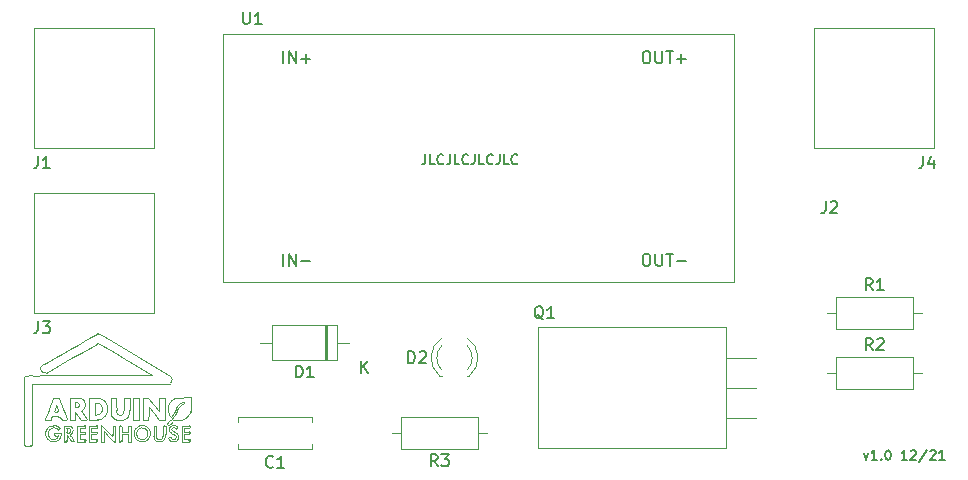
<source format=gto>
G04 #@! TF.GenerationSoftware,KiCad,Pcbnew,(5.1.9)-1*
G04 #@! TF.CreationDate,2021-12-30T20:13:11+01:00*
G04 #@! TF.ProjectId,Pumpe,50756d70-652e-46b6-9963-61645f706362,rev?*
G04 #@! TF.SameCoordinates,Original*
G04 #@! TF.FileFunction,Legend,Top*
G04 #@! TF.FilePolarity,Positive*
%FSLAX46Y46*%
G04 Gerber Fmt 4.6, Leading zero omitted, Abs format (unit mm)*
G04 Created by KiCad (PCBNEW (5.1.9)-1) date 2021-12-30 20:13:11*
%MOMM*%
%LPD*%
G01*
G04 APERTURE LIST*
%ADD10C,0.152400*%
%ADD11C,0.120000*%
%ADD12C,0.150000*%
%ADD13C,2.000000*%
%ADD14O,1.600000X1.600000*%
%ADD15C,1.600000*%
%ADD16O,2.000000X1.905000*%
%ADD17R,2.000000X1.905000*%
%ADD18O,3.500000X3.500000*%
%ADD19C,3.000000*%
%ADD20C,1.800000*%
%ADD21R,1.800000X1.800000*%
%ADD22O,2.200000X2.200000*%
%ADD23R,2.200000X2.200000*%
G04 APERTURE END LIST*
D10*
X137245638Y-47554895D02*
X137245638Y-48135466D01*
X137206933Y-48251580D01*
X137129523Y-48328990D01*
X137013409Y-48367695D01*
X136936000Y-48367695D01*
X138019733Y-48367695D02*
X137632685Y-48367695D01*
X137632685Y-47554895D01*
X138755123Y-48290285D02*
X138716419Y-48328990D01*
X138600304Y-48367695D01*
X138522895Y-48367695D01*
X138406780Y-48328990D01*
X138329371Y-48251580D01*
X138290666Y-48174171D01*
X138251961Y-48019352D01*
X138251961Y-47903238D01*
X138290666Y-47748419D01*
X138329371Y-47671009D01*
X138406780Y-47593600D01*
X138522895Y-47554895D01*
X138600304Y-47554895D01*
X138716419Y-47593600D01*
X138755123Y-47632304D01*
X139335695Y-47554895D02*
X139335695Y-48135466D01*
X139296990Y-48251580D01*
X139219580Y-48328990D01*
X139103466Y-48367695D01*
X139026057Y-48367695D01*
X140109790Y-48367695D02*
X139722742Y-48367695D01*
X139722742Y-47554895D01*
X140845180Y-48290285D02*
X140806476Y-48328990D01*
X140690361Y-48367695D01*
X140612952Y-48367695D01*
X140496838Y-48328990D01*
X140419428Y-48251580D01*
X140380723Y-48174171D01*
X140342019Y-48019352D01*
X140342019Y-47903238D01*
X140380723Y-47748419D01*
X140419428Y-47671009D01*
X140496838Y-47593600D01*
X140612952Y-47554895D01*
X140690361Y-47554895D01*
X140806476Y-47593600D01*
X140845180Y-47632304D01*
X141425752Y-47554895D02*
X141425752Y-48135466D01*
X141387047Y-48251580D01*
X141309638Y-48328990D01*
X141193523Y-48367695D01*
X141116114Y-48367695D01*
X142199847Y-48367695D02*
X141812800Y-48367695D01*
X141812800Y-47554895D01*
X142935238Y-48290285D02*
X142896533Y-48328990D01*
X142780419Y-48367695D01*
X142703009Y-48367695D01*
X142586895Y-48328990D01*
X142509485Y-48251580D01*
X142470780Y-48174171D01*
X142432076Y-48019352D01*
X142432076Y-47903238D01*
X142470780Y-47748419D01*
X142509485Y-47671009D01*
X142586895Y-47593600D01*
X142703009Y-47554895D01*
X142780419Y-47554895D01*
X142896533Y-47593600D01*
X142935238Y-47632304D01*
X143515809Y-47554895D02*
X143515809Y-48135466D01*
X143477104Y-48251580D01*
X143399695Y-48328990D01*
X143283580Y-48367695D01*
X143206171Y-48367695D01*
X144289904Y-48367695D02*
X143902857Y-48367695D01*
X143902857Y-47554895D01*
X145025295Y-48290285D02*
X144986590Y-48328990D01*
X144870476Y-48367695D01*
X144793066Y-48367695D01*
X144676952Y-48328990D01*
X144599542Y-48251580D01*
X144560838Y-48174171D01*
X144522133Y-48019352D01*
X144522133Y-47903238D01*
X144560838Y-47748419D01*
X144599542Y-47671009D01*
X144676952Y-47593600D01*
X144793066Y-47554895D01*
X144870476Y-47554895D01*
X144986590Y-47593600D01*
X145025295Y-47632304D01*
X174355276Y-72850828D02*
X174548800Y-73392695D01*
X174742323Y-72850828D01*
X175477714Y-73392695D02*
X175013257Y-73392695D01*
X175245485Y-73392695D02*
X175245485Y-72579895D01*
X175168076Y-72696009D01*
X175090666Y-72773419D01*
X175013257Y-72812123D01*
X175826057Y-73315285D02*
X175864761Y-73353990D01*
X175826057Y-73392695D01*
X175787352Y-73353990D01*
X175826057Y-73315285D01*
X175826057Y-73392695D01*
X176367923Y-72579895D02*
X176445333Y-72579895D01*
X176522742Y-72618600D01*
X176561447Y-72657304D01*
X176600152Y-72734714D01*
X176638857Y-72889533D01*
X176638857Y-73083057D01*
X176600152Y-73237876D01*
X176561447Y-73315285D01*
X176522742Y-73353990D01*
X176445333Y-73392695D01*
X176367923Y-73392695D01*
X176290514Y-73353990D01*
X176251809Y-73315285D01*
X176213104Y-73237876D01*
X176174400Y-73083057D01*
X176174400Y-72889533D01*
X176213104Y-72734714D01*
X176251809Y-72657304D01*
X176290514Y-72618600D01*
X176367923Y-72579895D01*
X178032228Y-73392695D02*
X177567771Y-73392695D01*
X177800000Y-73392695D02*
X177800000Y-72579895D01*
X177722590Y-72696009D01*
X177645180Y-72773419D01*
X177567771Y-72812123D01*
X178341866Y-72657304D02*
X178380571Y-72618600D01*
X178457980Y-72579895D01*
X178651504Y-72579895D01*
X178728914Y-72618600D01*
X178767619Y-72657304D01*
X178806323Y-72734714D01*
X178806323Y-72812123D01*
X178767619Y-72928238D01*
X178303161Y-73392695D01*
X178806323Y-73392695D01*
X179735238Y-72541190D02*
X179038552Y-73586219D01*
X179967466Y-72657304D02*
X180006171Y-72618600D01*
X180083580Y-72579895D01*
X180277104Y-72579895D01*
X180354514Y-72618600D01*
X180393219Y-72657304D01*
X180431923Y-72734714D01*
X180431923Y-72812123D01*
X180393219Y-72928238D01*
X179928761Y-73392695D01*
X180431923Y-73392695D01*
X181206019Y-73392695D02*
X180741561Y-73392695D01*
X180973790Y-73392695D02*
X180973790Y-72579895D01*
X180896380Y-72696009D01*
X180818971Y-72773419D01*
X180741561Y-72812123D01*
D11*
X115655258Y-71490231D02*
G75*
G02*
X115686934Y-71502208I-18608J-97091D01*
G01*
X115513295Y-71575020D02*
G75*
G02*
X115541791Y-71512284I78794J2049D01*
G01*
X115541791Y-71512283D02*
G75*
G02*
X115613861Y-71486300I72069J-86957D01*
G01*
X115816640Y-71670226D02*
G75*
G02*
X115739342Y-71609175I174463J300349D01*
G01*
X115991944Y-71706909D02*
G75*
G02*
X115911831Y-71709180I-44022J138701D01*
G01*
X116150723Y-71843177D02*
G75*
G02*
X116047694Y-71875970I-150208J293683D01*
G01*
X115776674Y-70898195D02*
G75*
G02*
X115768667Y-70826885I76017J44640D01*
G01*
X116264335Y-70658246D02*
G75*
G02*
X116283774Y-70692370I-77860J-66951D01*
G01*
X115846013Y-70969863D02*
G75*
G02*
X115776674Y-70898196I113106J178808D01*
G01*
X115989759Y-71049220D02*
G75*
G02*
X116206841Y-71181579I-533615J-1119382D01*
G01*
X115810653Y-71880925D02*
G75*
G02*
X115742423Y-71863758I30834J266732D01*
G01*
X115739343Y-71609174D02*
G75*
G02*
X115713861Y-71545378I67118J63796D01*
G01*
X116062575Y-71666376D02*
G75*
G02*
X115991944Y-71706909I-128723J142500D01*
G01*
X116142531Y-71513231D02*
G75*
G02*
X116115705Y-71597708I-254557J34337D01*
G01*
X106858212Y-71845587D02*
G75*
G02*
X106828392Y-71875700I-48810J18514D01*
G01*
X106828392Y-71875700D02*
G75*
G02*
X106772108Y-71886300I-56284J144122D01*
G01*
X116228513Y-71782471D02*
G75*
G02*
X116150722Y-71843177I-196821J172021D01*
G01*
X106673861Y-71201641D02*
X106673861Y-71886300D01*
X116184509Y-70803347D02*
G75*
G02*
X116140211Y-70789031I3072J85202D01*
G01*
X115613860Y-71486301D02*
G75*
G02*
X115655257Y-71490232I1J-219933D01*
G01*
X115952495Y-70688936D02*
G75*
G02*
X116024686Y-70703199I3092J-174184D01*
G01*
X115879732Y-70705698D02*
G75*
G02*
X115952495Y-70688937I75963J-163458D01*
G01*
X115814719Y-70751155D02*
G75*
G02*
X115879731Y-70705697I160923J-160923D01*
G01*
X116221438Y-70613419D02*
G75*
G02*
X116264335Y-70658246I-399443J-425189D01*
G01*
X116284488Y-70722414D02*
G75*
G02*
X116268463Y-70752804I-80202J22872D01*
G01*
X115683800Y-71830322D02*
G75*
G02*
X115621344Y-71774112I347867J449324D01*
G01*
X116268464Y-70752804D02*
G75*
G02*
X116225891Y-70791448I-157401J130631D01*
G01*
X115989758Y-71049221D02*
G75*
G02*
X115846013Y-70969864I593213J1244405D01*
G01*
X115911831Y-71709181D02*
G75*
G02*
X115816640Y-71670226I92852J362682D01*
G01*
X115706684Y-71521142D02*
G75*
G02*
X115713861Y-71545378I-37334J-24236D01*
G01*
X115621344Y-71774112D02*
G75*
G02*
X115540816Y-71669018I434808J416573D01*
G01*
X115686934Y-71502208D02*
G75*
G02*
X115706684Y-71521142I-30431J-51510D01*
G01*
X116225891Y-70791447D02*
G75*
G02*
X116184509Y-70803347I-38886J57323D01*
G01*
X116293447Y-71687102D02*
G75*
G02*
X116228514Y-71782472I-426258J220427D01*
G01*
X115742423Y-71863758D02*
G75*
G02*
X115683800Y-71830322I88920J224010D01*
G01*
X116137731Y-71427480D02*
G75*
G02*
X116142530Y-71513231I-220549J-55354D01*
G01*
X116024685Y-70703198D02*
G75*
G02*
X116088146Y-70746300I-81073J-187637D01*
G01*
X116140211Y-70789031D02*
G75*
G02*
X116088146Y-70746300I190956J285750D01*
G01*
X115903974Y-71886301D02*
G75*
G02*
X115810653Y-71880925I0J812656D01*
G01*
X106872585Y-71779155D02*
G75*
G02*
X106858213Y-71845587I-227730J14496D01*
G01*
X115768667Y-70826886D02*
G75*
G02*
X115814720Y-70751156I178410J-56627D01*
G01*
X116007906Y-70509504D02*
G75*
G02*
X116122717Y-70545400I-61837J-399336D01*
G01*
X116353044Y-71495437D02*
G75*
G02*
X116293447Y-71687101I-569352J71940D01*
G01*
X116206841Y-71181579D02*
G75*
G02*
X116326213Y-71328457I-242882J-319343D01*
G01*
X116115705Y-71597709D02*
G75*
G02*
X116062575Y-71666376I-217812J113640D01*
G01*
X106673861Y-71886300D02*
X106772108Y-71886300D01*
X116283774Y-70692370D02*
G75*
G02*
X116284488Y-70722414I-47932J-16171D01*
G01*
X115767010Y-70543052D02*
G75*
G02*
X115886095Y-70508721I181425J-405614D01*
G01*
X115886095Y-70508720D02*
G75*
G02*
X116007906Y-70509504I58263J-411173D01*
G01*
X116122717Y-70545400D02*
G75*
G02*
X116221438Y-70613419I-174326J-358664D01*
G01*
X116326213Y-71328457D02*
G75*
G02*
X116353044Y-71495438I-271545J-129279D01*
G01*
X116047694Y-71875969D02*
G75*
G02*
X115903974Y-71886300I-143721J994545D01*
G01*
X115540815Y-71669018D02*
G75*
G02*
X115513294Y-71575020I163747J98971D01*
G01*
X109504192Y-70684073D02*
G75*
G02*
X109475861Y-70712729I-43974J15142D01*
G01*
X109465861Y-71873669D02*
G75*
G02*
X109385787Y-71884584I-84605J321497D01*
G01*
X107953861Y-71686300D02*
X107953861Y-71466300D01*
X108953861Y-71046300D02*
X108953861Y-70886300D01*
X108213861Y-71046300D02*
X107953861Y-71046300D01*
X108466606Y-70538317D02*
G75*
G02*
X108499424Y-70565560I-11487J-47226D01*
G01*
X108464824Y-71088667D02*
G75*
G02*
X108473861Y-71146300I-179268J-57633D01*
G01*
X109452894Y-71213851D02*
G75*
G02*
X109383577Y-71228643I-88953J247030D01*
G01*
X109475860Y-70712729D02*
G75*
G02*
X109413284Y-70724291I-67039J187711D01*
G01*
X109233861Y-70726300D02*
X109413284Y-70724291D01*
X108953861Y-70726300D02*
X109233861Y-70726300D01*
X109504192Y-71728527D02*
G75*
G02*
X109513861Y-71786300I-167770J-57773D01*
G01*
X109133861Y-71886300D02*
X109385787Y-71884584D01*
X109415006Y-71048189D02*
X109236643Y-71046300D01*
X108953861Y-70886300D02*
X108953861Y-70726300D01*
X109236643Y-71046300D02*
X108953861Y-71046300D01*
X109488287Y-71185655D02*
G75*
G02*
X109452894Y-71213850I-59253J38067D01*
G01*
X109415006Y-71048189D02*
G75*
G02*
X109477617Y-71059031I-4494J-212155D01*
G01*
X108452894Y-70693851D02*
G75*
G02*
X108383577Y-70708643I-88953J247030D01*
G01*
X109477616Y-71059031D02*
G75*
G02*
X109503126Y-71085636I-12508J-37525D01*
G01*
X109503126Y-71085636D02*
G75*
G02*
X109506643Y-71136300I-116868J-33567D01*
G01*
X108753861Y-71206300D02*
X108753861Y-71886300D01*
X107953861Y-71046300D02*
X107953861Y-70888128D01*
X108506643Y-70616301D02*
G75*
G02*
X108488287Y-70665655I-122191J17354D01*
G01*
X108953861Y-71686300D02*
X108953861Y-71468128D01*
X109506643Y-71136301D02*
G75*
G02*
X109488287Y-71185655I-122191J17354D01*
G01*
X109223861Y-71238128D02*
X109383577Y-71228643D01*
X108437860Y-71060146D02*
G75*
G02*
X108464824Y-71088667I-16321J-42437D01*
G01*
X108953861Y-71468128D02*
X108953861Y-71249956D01*
X109233861Y-71686300D02*
X108953861Y-71686300D01*
X108464824Y-71203933D02*
G75*
G02*
X108437861Y-71232454I-43285J13915D01*
G01*
X109500971Y-71844359D02*
G75*
G02*
X109465861Y-71873669I-48824J22802D01*
G01*
X109413284Y-71688310D02*
X109233861Y-71686300D01*
X109413285Y-71688310D02*
G75*
G02*
X109475861Y-71699872I-4464J-199273D01*
G01*
X109475861Y-71699872D02*
G75*
G02*
X109504192Y-71728528I-15643J-43798D01*
G01*
X108384989Y-70527975D02*
X108136643Y-70526300D01*
X107753861Y-70526300D02*
X107753861Y-71206300D01*
X108473860Y-71146301D02*
G75*
G02*
X108464824Y-71203934I-188304J0D01*
G01*
X108437860Y-71232454D02*
G75*
G02*
X108378802Y-71244200I-63567J165276D01*
G01*
X108136643Y-70526300D02*
X107753861Y-70526300D01*
X108378803Y-71048401D02*
G75*
G02*
X108437861Y-71060147I-4510J-177022D01*
G01*
X108213861Y-71246300D02*
X108378802Y-71244200D01*
X107953861Y-71466300D02*
X107953861Y-71246300D01*
X107953861Y-71246300D02*
X108213861Y-71246300D01*
X108233861Y-71686300D02*
X107953861Y-71686300D01*
X108499424Y-70565560D02*
G75*
G02*
X108506643Y-70616300I-83828J-37810D01*
G01*
X107953861Y-70888128D02*
X107953861Y-70729956D01*
X108488287Y-70665655D02*
G75*
G02*
X108452894Y-70693850I-59253J38067D01*
G01*
X108223861Y-70718128D02*
X108383577Y-70708643D01*
X108384989Y-70527975D02*
G75*
G02*
X108466607Y-70538318I-4939J-366188D01*
G01*
X108753861Y-71886300D02*
X109133861Y-71886300D01*
X111313861Y-71886300D02*
X111413861Y-71886300D01*
X111313861Y-71206300D02*
X111313861Y-71886300D01*
X108753861Y-70526300D02*
X108753861Y-71206300D01*
X109133861Y-70526300D02*
X108753861Y-70526300D01*
X109385787Y-70528017D02*
X109133861Y-70526300D01*
X109385787Y-70528017D02*
G75*
G02*
X109465861Y-70538932I-4531J-332412D01*
G01*
X108953861Y-71249956D02*
X109223861Y-71238128D01*
X107953861Y-70729956D02*
X108223861Y-70718128D01*
X109513861Y-71786301D02*
G75*
G02*
X109500971Y-71844360I-137202J0D01*
G01*
X109465861Y-70538931D02*
G75*
G02*
X109500971Y-70568241I-13714J-52113D01*
G01*
X108378802Y-71048401D02*
X108213861Y-71046300D01*
X109500971Y-70568241D02*
G75*
G02*
X109513861Y-70626300I-124312J-58059D01*
G01*
X109513860Y-70626300D02*
G75*
G02*
X109504192Y-70684073I-177438J-1D01*
G01*
X107172402Y-70804688D02*
G75*
G02*
X107216898Y-70886961I-146008J-132136D01*
G01*
X106872585Y-71779155D02*
X106882108Y-71596300D01*
X106673861Y-70516981D02*
X106673861Y-71201641D01*
X108413284Y-71688310D02*
X108233861Y-71686300D01*
X107403860Y-71886099D02*
G75*
G02*
X107337929Y-71871918I296J161732D01*
G01*
X108413285Y-71688310D02*
G75*
G02*
X108475861Y-71699872I-4464J-199273D01*
G01*
X108475861Y-71699872D02*
G75*
G02*
X108504192Y-71728528I-15643J-43798D01*
G01*
X108504192Y-71728527D02*
G75*
G02*
X108513861Y-71786300I-167770J-57773D01*
G01*
X108513861Y-71786301D02*
G75*
G02*
X108500971Y-71844360I-137202J0D01*
G01*
X108465861Y-71873669D02*
G75*
G02*
X108385787Y-71884584I-84605J321497D01*
G01*
X107753861Y-71886300D02*
X108133861Y-71886300D01*
X107508840Y-71842708D02*
X107469055Y-71781497D01*
X107508841Y-71842708D02*
G75*
G02*
X107513861Y-71859935I-27048J-17227D01*
G01*
X107088871Y-70749327D02*
G75*
G02*
X107136923Y-70774668I-126447J-298004D01*
G01*
X107419777Y-71709876D02*
X107361331Y-71629935D01*
X106873861Y-70948996D02*
X106876142Y-70805669D01*
X107218424Y-70980496D02*
G75*
G02*
X107177138Y-71060661I-176195J40027D01*
G01*
X107167358Y-70567318D02*
G75*
G02*
X107236025Y-70601697I-89024J-263580D01*
G01*
X107419118Y-70936899D02*
G75*
G02*
X107380204Y-71083666I-350756J14458D01*
G01*
X106893861Y-71306300D02*
X107093861Y-71596099D01*
X107197768Y-71297623D02*
G75*
G02*
X107281206Y-71211390I634091J-530054D01*
G01*
X107361331Y-71629935D02*
X107213621Y-71427888D01*
X107469055Y-71781497D02*
X107419777Y-71709876D01*
X107513861Y-71859934D02*
G75*
G02*
X107507086Y-71870142I-11077J-1D01*
G01*
X107446019Y-71884269D02*
G75*
G02*
X107403861Y-71886099I-41304J464948D01*
G01*
X106882108Y-71596300D02*
X106893861Y-71306300D01*
X107304005Y-70658263D02*
G75*
G02*
X107392224Y-70789090I-292179J-292179D01*
G01*
X107182721Y-71355690D02*
G75*
G02*
X107197768Y-71297622I68764J13164D01*
G01*
X107093861Y-71596099D02*
X107204886Y-71750815D01*
X107481547Y-71878497D02*
G75*
G02*
X107446018Y-71884269I-57527J241864D01*
G01*
X107036435Y-70732058D02*
G75*
G02*
X107088871Y-70749327I-77392J-323240D01*
G01*
X108500971Y-71844359D02*
G75*
G02*
X108465861Y-71873669I-48824J22802D01*
G01*
X107213621Y-71427888D02*
G75*
G02*
X107182721Y-71355690I149653J106763D01*
G01*
X107177138Y-71060661D02*
G75*
G02*
X107103768Y-71106808I-116451J103747D01*
G01*
X108133861Y-71886300D02*
X108385787Y-71884584D01*
X106938665Y-71151617D02*
G75*
G02*
X106896639Y-71144157I-12790J50053D01*
G01*
X106876142Y-70805668D02*
G75*
G02*
X106888971Y-70755869I117610J-3746D01*
G01*
X107753861Y-71206300D02*
X107753861Y-71886300D01*
X107216897Y-70886961D02*
G75*
G02*
X107218423Y-70980496I-190600J-49888D01*
G01*
X107236025Y-70601696D02*
G75*
G02*
X107304005Y-70658263I-274646J-399194D01*
G01*
X107077480Y-70546861D02*
G75*
G02*
X107167358Y-70567318I-55065J-449601D01*
G01*
X107136923Y-70774668D02*
G75*
G02*
X107172402Y-70804689I-94485J-147636D01*
G01*
X106876723Y-71107928D02*
X106873861Y-70948996D01*
X107337929Y-71871918D02*
G75*
G02*
X107276899Y-71831321I91318J203451D01*
G01*
X107380204Y-71083667D02*
G75*
G02*
X107281206Y-71211390I-396090J204782D01*
G01*
X106987661Y-70726301D02*
G75*
G02*
X107036435Y-70732058I0J-209471D01*
G01*
X106896639Y-71144157D02*
G75*
G02*
X106876723Y-71107928I26004J37884D01*
G01*
X107507086Y-71870142D02*
G75*
G02*
X107481548Y-71878497I-63192J149954D01*
G01*
X107392223Y-70789090D02*
G75*
G02*
X107419118Y-70936899I-315223J-133708D01*
G01*
X106919414Y-70732922D02*
G75*
G02*
X106987661Y-70726300I68247J-348387D01*
G01*
X106888971Y-70755870D02*
G75*
G02*
X106919414Y-70732922I38825J-19840D01*
G01*
X107103768Y-71106808D02*
X106938665Y-71151617D01*
X106934914Y-70533603D02*
X106673861Y-70516981D01*
X107276899Y-71831322D02*
G75*
G02*
X107204886Y-71750815I415340J443984D01*
G01*
X107077480Y-70546861D02*
X106934914Y-70533603D01*
X115762239Y-70247420D02*
X115901496Y-70108361D01*
X106326934Y-69746300D02*
X106373807Y-69886300D01*
X105985335Y-69734815D02*
X106326934Y-69746300D01*
X105643735Y-69723330D02*
X105985335Y-69734815D01*
X105379497Y-69074625D02*
X105246289Y-69426279D01*
X116843861Y-68128976D02*
X116604355Y-68133627D01*
X117390468Y-68922603D02*
X117393861Y-68691660D01*
X105579122Y-69884815D02*
X105643735Y-69723330D01*
X116395640Y-68145289D02*
X116226867Y-68162465D01*
X105514508Y-70046300D02*
X105579122Y-69884815D01*
X105043108Y-70028177D02*
G75*
G02*
X105032841Y-70016300I2227J12301D01*
G01*
X116031437Y-70036234D02*
G75*
G02*
X116096806Y-70047420I4192J-172094D01*
G01*
X115461572Y-70293846D02*
G75*
G02*
X115577933Y-70166300I1208641J-985797D01*
G01*
X105274184Y-70046300D02*
X105514508Y-70046300D01*
X115779839Y-69917253D02*
X115665103Y-70069196D01*
X117380251Y-69138880D02*
X117390468Y-68922603D01*
X117134355Y-69754946D02*
G75*
G02*
X116971394Y-69913022I-1156518J1029224D01*
G01*
X116604355Y-68133627D02*
X116395640Y-68145289D01*
X115410268Y-70457499D02*
G75*
G02*
X115403885Y-70395533I60868J37581D01*
G01*
X115500336Y-70474202D02*
G75*
G02*
X115461898Y-70486300I-38438J55011D01*
G01*
X117393861Y-68126300D02*
X116843861Y-68128976D01*
X116246597Y-70080699D02*
G75*
G02*
X116096806Y-70047420I39291J530604D01*
G01*
X116658927Y-70059686D02*
G75*
G02*
X116451965Y-70083112I-291256J1647203D01*
G01*
X117271393Y-69576065D02*
G75*
G02*
X117134355Y-69754946I-1283055J841002D01*
G01*
X105246289Y-69426279D02*
X105134250Y-69727308D01*
X116122732Y-68185089D02*
G75*
G02*
X116226867Y-68162465I179210J-573905D01*
G01*
X117365420Y-69319774D02*
X117380251Y-69138880D01*
X115973767Y-70052915D02*
G75*
G02*
X116031437Y-70036234I60543J-101278D01*
G01*
X116971394Y-69913022D02*
G75*
G02*
X116815409Y-70011162I-438695J524238D01*
G01*
X115461898Y-70486301D02*
G75*
G02*
X115410267Y-70457499I0J60679D01*
G01*
X115500336Y-70474202D02*
X115578189Y-70416129D01*
X105181976Y-70044139D02*
X105274184Y-70046300D01*
X116815408Y-70011161D02*
G75*
G02*
X116658926Y-70059686I-270267J594987D01*
G01*
X105104156Y-70037488D02*
X105181976Y-70044139D01*
X115665103Y-70069195D02*
G75*
G02*
X115577933Y-70166300I-808263J637892D01*
G01*
X105043109Y-70028178D02*
X105104156Y-70037488D01*
X105032841Y-70016301D02*
G75*
G02*
X105036516Y-69993342I60671J2063D01*
G01*
X115403885Y-70395533D02*
G75*
G02*
X115461572Y-70293846I328327J-119054D01*
G01*
X105134250Y-69727308D02*
X105036516Y-69993342D01*
X117393861Y-68691660D02*
X117393861Y-68126300D01*
X117365420Y-69319774D02*
G75*
G02*
X117346820Y-69414027I-497386J49194D01*
G01*
X117346819Y-69414026D02*
G75*
G02*
X117271394Y-69576065I-594266J178045D01*
G01*
X116451964Y-70083112D02*
G75*
G02*
X116246597Y-70080699I-83299J1650899D01*
G01*
X115901496Y-70108360D02*
G75*
G02*
X115973768Y-70052915I274848J-283432D01*
G01*
X115668302Y-70338912D02*
X115762239Y-70247420D01*
X115578189Y-70416129D02*
X115668302Y-70338912D01*
X106298821Y-70741838D02*
G75*
G02*
X106305651Y-70769861I-40723J-24769D01*
G01*
X113378958Y-70505686D02*
G75*
G02*
X113504599Y-70548210I-242927J-924634D01*
G01*
X112872629Y-70886284D02*
G75*
G02*
X113174634Y-70703744I383130J-292777D01*
G01*
X113843896Y-70808071D02*
G75*
G02*
X113926027Y-70992930I-489590J-328197D01*
G01*
X116066673Y-71333338D02*
G75*
G02*
X116114434Y-71380983I-205322J-253581D01*
G01*
X115995239Y-71284331D02*
G75*
G02*
X116066673Y-71333338I-272547J-473836D01*
G01*
X113703755Y-70661276D02*
G75*
G02*
X113843895Y-70808072I-353295J-477569D01*
G01*
X113021213Y-70544253D02*
G75*
G02*
X113159514Y-70503656I424473J-1190186D01*
G01*
X113419568Y-71880348D02*
G75*
G02*
X113097858Y-71876824I-152223J789886D01*
G01*
X112559832Y-71243452D02*
G75*
G02*
X112674568Y-70816362I701974J40375D01*
G01*
X105621102Y-70516434D02*
X105564117Y-70530985D01*
X115898266Y-71233587D02*
X115995239Y-71284330D01*
X105746356Y-70494459D02*
X105685123Y-70503721D01*
X113174634Y-70703744D02*
G75*
G02*
X113517362Y-70777501I79305J-464651D01*
G01*
X113271150Y-70491311D02*
G75*
G02*
X113378959Y-70505686I-3589J-438380D01*
G01*
X113159515Y-70503657D02*
G75*
G02*
X113271150Y-70491312I107741J-463385D01*
G01*
X106191044Y-70878207D02*
G75*
G02*
X106159036Y-70864021I9475J64585D01*
G01*
X106188849Y-70632240D02*
G75*
G02*
X106270424Y-70701969I-159693J-269403D01*
G01*
X115810682Y-71187630D02*
X115898266Y-71233587D01*
X115726558Y-71134366D02*
X115810682Y-71187630D01*
X115656711Y-71081751D02*
G75*
G02*
X115617797Y-71039782I133176J162506D01*
G01*
X115566121Y-70758573D02*
G75*
G02*
X115639398Y-70632930I297671J-89417D01*
G01*
X113698468Y-71754785D02*
G75*
G02*
X113419568Y-71880347I-404424J525781D01*
G01*
X105793860Y-70490787D02*
G75*
G02*
X105903079Y-70505696I9269J-339608D01*
G01*
X106050014Y-70560646D02*
G75*
G02*
X106188849Y-70632240I-536861J-1211502D01*
G01*
X115639398Y-70632930D02*
G75*
G02*
X115767010Y-70543052I293731J-281514D01*
G01*
X112767605Y-71233397D02*
G75*
G02*
X112872629Y-70886284I515427J33496D01*
G01*
X105716962Y-70703213D02*
G75*
G02*
X105857843Y-70700986I78102J-483337D01*
G01*
X105581474Y-70745368D02*
G75*
G02*
X105716963Y-70703214I215776J-454714D01*
G01*
X112916937Y-71563224D02*
G75*
G02*
X112767605Y-71233397I363131J363130D01*
G01*
X105374581Y-70920119D02*
G75*
G02*
X105581475Y-70745368I434151J-304157D01*
G01*
X113103034Y-71681771D02*
G75*
G02*
X112916937Y-71563224I174269J478913D01*
G01*
X113504599Y-70548210D02*
G75*
G02*
X113703755Y-70661276I-367016J-878394D01*
G01*
X113672835Y-71478707D02*
G75*
G02*
X113520848Y-71634961I-418845J255363D01*
G01*
X113743562Y-71096179D02*
G75*
G02*
X113746136Y-71289459I-463798J-102834D01*
G01*
X113664123Y-70919419D02*
G75*
G02*
X113743562Y-71096179I-387112J-280204D01*
G01*
X112722987Y-71651965D02*
G75*
G02*
X112559833Y-71243452I529619J448359D01*
G01*
X105549776Y-71635503D02*
G75*
G02*
X105355674Y-71427014I343862J514731D01*
G01*
X105857843Y-70700987D02*
G75*
G02*
X105990064Y-70738591I-59562J-460680D01*
G01*
X105685123Y-70503721D02*
X105621102Y-70516434D01*
X106220128Y-70871086D02*
G75*
G02*
X106191045Y-70878206I-23308J32250D01*
G01*
X113318061Y-71707441D02*
G75*
G02*
X113103034Y-71681770I-52737J471665D01*
G01*
X113746136Y-71289460D02*
G75*
G02*
X113672835Y-71478708I-562691J109126D01*
G01*
X113886590Y-71520543D02*
G75*
G02*
X113698468Y-71754785I-575802J269770D01*
G01*
X105746356Y-70494458D02*
G75*
G02*
X105793861Y-70490786I60542J-474076D01*
G01*
X113517362Y-70777501D02*
G75*
G02*
X113664123Y-70919419I-326479J-484464D01*
G01*
X106305650Y-70769861D02*
G75*
G02*
X106295199Y-70797423I-50721J3471D01*
G01*
X113953860Y-71218398D02*
G75*
G02*
X113886590Y-71520543I-712176J0D01*
G01*
X112674568Y-70816362D02*
G75*
G02*
X113021213Y-70544253I579884J-381872D01*
G01*
X105903079Y-70505696D02*
G75*
G02*
X106050014Y-70560646I-389670J-1265881D01*
G01*
X106295199Y-70797423D02*
G75*
G02*
X106261249Y-70836055I-316442J243860D01*
G01*
X106261249Y-70836055D02*
G75*
G02*
X106220128Y-70871086I-239596J239596D01*
G01*
X105291808Y-71167113D02*
G75*
G02*
X105374580Y-70920119I458645J-16334D01*
G01*
X106100421Y-70812463D02*
X106159036Y-70864021D01*
X113926028Y-70992930D02*
G75*
G02*
X113953861Y-71218399I-899307J-225469D01*
G01*
X113097859Y-71876824D02*
G75*
G02*
X112722987Y-71651966I142948J663229D01*
G01*
X106270425Y-70701969D02*
G75*
G02*
X106298821Y-70741837I-260485J-215578D01*
G01*
X105355674Y-71427014D02*
G75*
G02*
X105291808Y-71167114I425917J242458D01*
G01*
X115617796Y-71039782D02*
G75*
G02*
X115559004Y-70901345I296306J207541D01*
G01*
X115656710Y-71081751D02*
X115726558Y-71134366D01*
X115559004Y-70901345D02*
G75*
G02*
X115566121Y-70758573I292751J56971D01*
G01*
X105990064Y-70738590D02*
G75*
G02*
X106100421Y-70812463I-167615J-369762D01*
G01*
X116114435Y-71380983D02*
G75*
G02*
X116137731Y-71427480I-93019J-75690D01*
G01*
X113520847Y-71634962D02*
G75*
G02*
X113318061Y-71707441I-254840J393083D01*
G01*
X105465194Y-71822074D02*
G75*
G02*
X105222970Y-71624153I285589J596698D01*
G01*
X110383418Y-71057677D02*
X110217221Y-70886064D01*
X105730678Y-71720131D02*
G75*
G02*
X105671666Y-71699629I172960J593001D01*
G01*
X105773861Y-71726300D02*
G75*
G02*
X105730678Y-71720131I0J154223D01*
G01*
X106158571Y-71456301D02*
G75*
G02*
X106103774Y-71542228I-220373J80099D01*
G01*
X106171711Y-71403993D02*
G75*
G02*
X106158571Y-71456300I-260826J37718D01*
G01*
X105833861Y-71266301D02*
G75*
G02*
X105843529Y-71208528I177438J1D01*
G01*
X105222971Y-71624153D02*
G75*
G02*
X105097650Y-71335822I534144J403560D01*
G01*
X109793861Y-70451926D02*
X109793861Y-71169113D01*
X105427296Y-70597076D02*
G75*
G02*
X105564117Y-70530985I262259J-368258D01*
G01*
X110722680Y-71399223D02*
G75*
G02*
X110695949Y-71393251I-9838J18776D01*
G01*
X109893861Y-71886300D02*
X109993861Y-71886300D01*
X110752588Y-70996300D02*
X110750306Y-71264710D01*
X109793861Y-71886300D02*
X109893861Y-71886300D01*
X113313861Y-68166300D02*
X113313861Y-69106300D01*
X110873861Y-70526300D02*
X110753861Y-70526300D01*
X110750307Y-71264710D02*
G75*
G02*
X110741921Y-71371981I-844842J12080D01*
G01*
X106160261Y-71379505D02*
G75*
G02*
X106171711Y-71403994I-12923J-20964D01*
G01*
X110993861Y-71226300D02*
X110993861Y-70526300D01*
X105873127Y-71704108D02*
G75*
G02*
X105773861Y-71726300I-99267J210923D01*
G01*
X105995410Y-71633131D02*
G75*
G02*
X105873127Y-71704109I-472599J673383D01*
G01*
X106103774Y-71542227D02*
G75*
G02*
X105995410Y-71633131I-581099J582673D01*
G01*
X106123170Y-71368274D02*
G75*
G02*
X106160261Y-71379506I-2705J-75790D01*
G01*
X106393861Y-71166300D02*
X106113861Y-71166300D01*
X106393861Y-71320385D02*
X106393861Y-71166300D01*
X106393861Y-71320385D02*
G75*
G02*
X106345741Y-71534620I-500961J0D01*
G01*
X105112222Y-71012384D02*
G75*
G02*
X105176694Y-70864219I531226J-143045D01*
G01*
X110217221Y-70886064D02*
X109793861Y-70451926D01*
X105176694Y-70864219D02*
G75*
G02*
X105289914Y-70717065I805054J-502278D01*
G01*
X110465867Y-71436472D02*
X110647432Y-71624363D01*
X110963860Y-71926472D02*
G75*
G02*
X110943957Y-71918447I-162J28292D01*
G01*
X109997874Y-70946300D02*
X110465867Y-71436472D01*
X109995867Y-71416300D02*
X109997874Y-70946300D01*
X105840449Y-71322530D02*
G75*
G02*
X105833861Y-71266300I236671J56230D01*
G01*
X105097649Y-71335822D02*
G75*
G02*
X105112222Y-71012384I737298J128828D01*
G01*
X106113861Y-71166300D02*
X105934437Y-71168310D01*
X106008221Y-71848512D02*
G75*
G02*
X105777527Y-71892967I-230693J576343D01*
G01*
X110976035Y-71914825D02*
X110985048Y-71720726D01*
X110532483Y-71214131D02*
X110383418Y-71057677D01*
X110656504Y-71346362D02*
X110532483Y-71214131D01*
X110993861Y-70526300D02*
X110873861Y-70526300D01*
X109793861Y-71169113D02*
X109793861Y-71886300D01*
X105906302Y-71363562D02*
X106012572Y-71366300D01*
X105906302Y-71363562D02*
G75*
G02*
X105861732Y-71350705I5255J101901D01*
G01*
X105861732Y-71350704D02*
G75*
G02*
X105840449Y-71322531I21445J38325D01*
G01*
X105843530Y-71208528D02*
G75*
G02*
X105871861Y-71179872I43973J-15142D01*
G01*
X106345741Y-71534620D02*
G75*
G02*
X106209059Y-71721284I-553257J261741D01*
G01*
X110647432Y-71624363D02*
X110805200Y-71782606D01*
X110985048Y-71720726D02*
X110991704Y-71494723D01*
X110976034Y-71914825D02*
G75*
G02*
X110963861Y-71926472I-12244J612D01*
G01*
X110805200Y-71782606D02*
X110943957Y-71918447D01*
X105777527Y-71892967D02*
G75*
G02*
X105465194Y-71822074I0J723470D01*
G01*
X105289914Y-70717066D02*
G75*
G02*
X105427296Y-70597077I672230J-631028D01*
G01*
X109993861Y-71886300D02*
X109995867Y-71416300D01*
X110741920Y-71371981D02*
G75*
G02*
X110722679Y-71399223I-36222J5168D01*
G01*
X110656505Y-71346362D02*
G75*
G02*
X110695949Y-71393251I-441210J-411196D01*
G01*
X113551526Y-68166300D02*
X113313861Y-68166300D01*
X106209059Y-71721283D02*
G75*
G02*
X106008222Y-71848511I-442354J476153D01*
G01*
X110753861Y-70526300D02*
X110752588Y-70996300D01*
X110991704Y-71494723D02*
X110993861Y-71226300D01*
X105608286Y-71670256D02*
G75*
G02*
X105549776Y-71635503I298370J568971D01*
G01*
X105871861Y-71179872D02*
G75*
G02*
X105934437Y-71168310I67039J-187711D01*
G01*
X105671666Y-71699629D02*
G75*
G02*
X105608286Y-71670256I267780J660873D01*
G01*
X106012572Y-71366300D02*
X106123170Y-71368274D01*
X112175744Y-69572514D02*
G75*
G02*
X112066256Y-69810274I-696896J176829D01*
G01*
X110704964Y-69734907D02*
G75*
G02*
X110638207Y-69584424I475738J301097D01*
G01*
X111983861Y-68174304D02*
X111753861Y-68162308D01*
X110597386Y-69049100D02*
X110607137Y-69287687D01*
X112753861Y-68166300D02*
X112513861Y-68166300D01*
X112993861Y-69106300D02*
X112993861Y-68166300D01*
X110607137Y-69287687D02*
X110621053Y-69488348D01*
X114693861Y-68186300D02*
X114673861Y-68735425D01*
X111073861Y-68166300D02*
X110833861Y-68166300D01*
X109413229Y-68606300D02*
G75*
G02*
X109508495Y-68611992I1J-800088D01*
G01*
X111116276Y-70047164D02*
G75*
G02*
X110959009Y-69980795I165344J611308D01*
G01*
X115153861Y-69104304D02*
X115153861Y-68162308D01*
X112513861Y-68166300D02*
X112513861Y-69106300D01*
X112993861Y-70046300D02*
X112993861Y-69106300D01*
X110816616Y-69872140D02*
G75*
G02*
X110704964Y-69734907I519451J536660D01*
G01*
X112513861Y-70046300D02*
X112753861Y-70046300D01*
X111753861Y-68162308D02*
X111752118Y-68674304D01*
X110959009Y-69980795D02*
G75*
G02*
X110816616Y-69872139I389868J658548D01*
G01*
X113789192Y-68166300D02*
X113551526Y-68166300D01*
X114221526Y-68725425D02*
X113789192Y-68166300D01*
X114653861Y-69284549D02*
X114221526Y-68725425D01*
X114673861Y-68735425D02*
X114653861Y-69284549D01*
X114923861Y-68174304D02*
X114693861Y-68186300D01*
X113791664Y-70046300D02*
X113802762Y-69479856D01*
X109508496Y-68611992D02*
G75*
G02*
X109581953Y-68629776I-38166J-318256D01*
G01*
X115153861Y-70046300D02*
X115153861Y-69104304D01*
X114923219Y-70046300D02*
X115153861Y-70046300D01*
X111128448Y-69463893D02*
G75*
G02*
X111084384Y-69229700I797666J271326D01*
G01*
X111084384Y-69229700D02*
X111073923Y-68756300D01*
X114692577Y-70046300D02*
X114923219Y-70046300D01*
X113313861Y-70046300D02*
X113552762Y-70046300D01*
X113313861Y-69106300D02*
X113313861Y-70046300D01*
X110638207Y-69584423D02*
G75*
G02*
X110621053Y-69488348I500257J138887D01*
G01*
X112066256Y-69810274D02*
G75*
G02*
X111883500Y-69977951I-477524J337034D01*
G01*
X111731841Y-70038428D02*
G75*
G02*
X111522944Y-70072170I-344482J1469212D01*
G01*
X112993861Y-68166300D02*
X112753861Y-68166300D01*
X111373861Y-69638076D02*
G75*
G02*
X111220003Y-69584329I23039J313043D01*
G01*
X111522944Y-70072170D02*
G75*
G02*
X111303334Y-70076683I-142256J1576904D01*
G01*
X112226464Y-68626300D02*
X112213861Y-68186300D01*
X109233861Y-69103940D02*
X109233861Y-68606300D01*
X111073923Y-68756300D02*
X111073861Y-68166300D01*
X112513861Y-69106300D02*
X112513861Y-70046300D01*
X110593861Y-68166300D02*
X110594084Y-68796300D01*
X109581953Y-68629776D02*
G75*
G02*
X109648057Y-68663919I-107259J-288727D01*
G01*
X115153861Y-68162308D02*
X114923861Y-68174304D01*
X114253219Y-69479856D02*
X114692577Y-70046300D01*
X112226280Y-69210974D02*
X112226464Y-68626300D01*
X112226280Y-69210973D02*
G75*
G02*
X112175744Y-69572514I-1667809J48823D01*
G01*
X111737314Y-69217650D02*
G75*
G02*
X111680830Y-69479395I-831722J42518D01*
G01*
X111752118Y-68674304D02*
X111737315Y-69217650D01*
X112213861Y-68186300D02*
X111983861Y-68174304D01*
X111883500Y-69977951D02*
G75*
G02*
X111731842Y-70038429I-277072J474410D01*
G01*
X110833861Y-68166300D02*
X110593861Y-68166300D01*
X109648057Y-68663918D02*
G75*
G02*
X109720247Y-68720354I-392872J-576932D01*
G01*
X112753861Y-70046300D02*
X112993861Y-70046300D01*
X111303334Y-70076684D02*
G75*
G02*
X111116277Y-70047165I43059J880304D01*
G01*
X110594084Y-68796300D02*
X110597386Y-69049100D01*
X109233861Y-68606300D02*
X109413229Y-68606300D01*
X111565516Y-69602567D02*
G75*
G02*
X111373861Y-69638076I-163476J347360D01*
G01*
X113813861Y-68913411D02*
X114253219Y-69479856D01*
X111220003Y-69584329D02*
G75*
G02*
X111128449Y-69463893I134658J197383D01*
G01*
X111680830Y-69479395D02*
G75*
G02*
X111565515Y-69602567I-212540J83417D01*
G01*
X113802762Y-69479856D02*
X113813861Y-68913411D01*
X113552762Y-70046300D02*
X113791664Y-70046300D01*
X107891003Y-68629157D02*
G75*
G02*
X107947822Y-68743969I-141483J-141484D01*
G01*
X107596247Y-68918165D02*
X107593861Y-68786300D01*
X109789523Y-68791664D02*
G75*
G02*
X109828708Y-68856393I-186270J-156985D01*
G01*
X109859562Y-69936060D02*
G75*
G02*
X109752556Y-69981040I-315743J601375D01*
G01*
X108141247Y-68245036D02*
G75*
G02*
X108278879Y-68326891I-138434J-389395D01*
G01*
X108783861Y-68188756D02*
G75*
G02*
X108809893Y-68176968I28007J-27211D01*
G01*
X108934298Y-68172013D02*
X108809893Y-68176968D01*
X109253861Y-68175119D02*
X109083071Y-68170749D01*
X109590326Y-68202618D02*
X109253861Y-68175119D01*
X109590326Y-68202618D02*
G75*
G02*
X109816399Y-68259543I-117690J-944779D01*
G01*
X109816399Y-68259543D02*
G75*
G02*
X109993539Y-68361356I-243215J-628163D01*
G01*
X109993539Y-68361356D02*
G75*
G02*
X110166419Y-68528449I-795242J-995768D01*
G01*
X107634632Y-68997538D02*
G75*
G02*
X107608001Y-68972151I15361J42775D01*
G01*
X108379644Y-68456978D02*
G75*
G02*
X108441574Y-68667549I-508332J-263896D01*
G01*
X110166419Y-68528448D02*
G75*
G02*
X110352124Y-68887881I-671052J-574396D01*
G01*
X110358441Y-69292912D02*
G75*
G02*
X110182998Y-69666284I-904784J197241D01*
G01*
X107760467Y-68570930D02*
G75*
G02*
X107812200Y-68584765I-66614J-352736D01*
G01*
X107596158Y-68643900D02*
G75*
G02*
X107609185Y-68595081I111468J-3597D01*
G01*
X108278879Y-68326892D02*
G75*
G02*
X108379644Y-68456978I-306622J-341578D01*
G01*
X108753861Y-70054727D02*
X109223861Y-70038893D01*
X107947821Y-68743969D02*
G75*
G02*
X107924246Y-68871243I-205858J-27688D01*
G01*
X107931294Y-68197943D02*
G75*
G02*
X108141247Y-68245036I-88794J-887429D01*
G01*
X108771697Y-68217210D02*
G75*
G02*
X108783861Y-68188756I43092J-1596D01*
G01*
X110182999Y-69666284D02*
G75*
G02*
X109859563Y-69936060I-789301J617523D01*
G01*
X109223861Y-70038893D02*
X109476267Y-70026963D01*
X108762673Y-68480093D02*
X108756025Y-68783229D01*
X108441574Y-68667549D02*
G75*
G02*
X108425643Y-68900260I-721747J-67490D01*
G01*
X107684961Y-69006300D02*
G75*
G02*
X107634633Y-68997538I-1J148909D01*
G01*
X108340184Y-69099995D02*
G75*
G02*
X108201937Y-69216134I-261296J170685D01*
G01*
X107858484Y-68605055D02*
G75*
G02*
X107891003Y-68629158I-64827J-121449D01*
G01*
X107593861Y-68786300D02*
X107596158Y-68643899D01*
X107931294Y-68197943D02*
X107583861Y-68174069D01*
X107583861Y-68174069D02*
X107113861Y-68156440D01*
X107609185Y-68595081D02*
G75*
G02*
X107640074Y-68572595I38586J-20546D01*
G01*
X109236567Y-69296345D02*
X109233861Y-69103940D01*
X109083071Y-68170749D02*
X108934298Y-68172013D01*
X109271298Y-69624718D02*
G75*
G02*
X109256308Y-69600556I16771J27136D01*
G01*
X108771696Y-68217210D02*
X108762673Y-68480093D01*
X107825834Y-68970036D02*
G75*
G02*
X107684960Y-69006300I-140874J255496D01*
G01*
X109509842Y-69600340D02*
G75*
G02*
X109359742Y-69641324I-317896J868897D01*
G01*
X107812200Y-68584765D02*
G75*
G02*
X107858485Y-68605055I-108059J-309440D01*
G01*
X109865283Y-69074793D02*
X109871675Y-69217922D01*
X107608002Y-68972151D02*
G75*
G02*
X107596247Y-68918165I143988J59624D01*
G01*
X108425644Y-68900260D02*
G75*
G02*
X108340184Y-69099995I-609725J142728D01*
G01*
X109862047Y-69297547D02*
G75*
G02*
X109832187Y-69362127I-197140J51959D01*
G01*
X109244858Y-69462194D02*
X109236567Y-69296345D01*
X107924247Y-68871243D02*
G75*
G02*
X107825835Y-68970037I-218790J119530D01*
G01*
X109256308Y-69600556D02*
X109244858Y-69462194D01*
X109752556Y-69981040D02*
G75*
G02*
X109635131Y-70009324I-244439J756907D01*
G01*
X109720247Y-68720354D02*
G75*
G02*
X109789523Y-68791663I-469209J-525137D01*
G01*
X107113861Y-68156440D02*
X107113861Y-69103366D01*
X109768266Y-69442895D02*
G75*
G02*
X109662090Y-69529144I-323551J289826D01*
G01*
X110352124Y-68887881D02*
G75*
G02*
X110358441Y-69292912I-860845J-215990D01*
G01*
X109828708Y-68856393D02*
G75*
G02*
X109850918Y-68938780I-316500J-129512D01*
G01*
X109359742Y-69641324D02*
G75*
G02*
X109271298Y-69624717I-22684J123008D01*
G01*
X109662090Y-69529144D02*
G75*
G02*
X109509842Y-69600339I-485775J840424D01*
G01*
X109832187Y-69362127D02*
G75*
G02*
X109768266Y-69442895I-693274J482985D01*
G01*
X109635132Y-70009324D02*
G75*
G02*
X109476267Y-70026963I-256399J1585025D01*
G01*
X108756025Y-68783229D02*
X108753861Y-69137180D01*
X107711004Y-68566300D02*
G75*
G02*
X107760467Y-68570930I-1J-266553D01*
G01*
X107640073Y-68572594D02*
G75*
G02*
X107711003Y-68566300I70931J-396520D01*
G01*
X108753861Y-69137180D02*
X108753861Y-70054727D01*
X109871674Y-69217922D02*
G75*
G02*
X109862047Y-69297546I-292802J-4990D01*
G01*
X109850918Y-68938780D02*
X109865283Y-69074793D01*
X106906776Y-69959805D02*
X106815982Y-69703049D01*
X106858619Y-70035843D02*
G75*
G02*
X106786128Y-70041459I-69700J429016D01*
G01*
X106667270Y-70038209D02*
X106786128Y-70041459D01*
X108209004Y-69474508D02*
X108136411Y-69372064D01*
X105896020Y-68996300D02*
X105924447Y-68908117D01*
X107113861Y-70050293D02*
X107343861Y-70038297D01*
X105804435Y-69276300D02*
X105815607Y-69245048D01*
X108298232Y-69594118D02*
X108209004Y-69474508D01*
X106102243Y-69111331D02*
X106129282Y-69198521D01*
X108392283Y-69717987D02*
X108298232Y-69594118D01*
X108586129Y-69975156D02*
X108553599Y-69931432D01*
X106129282Y-69198521D02*
X106150798Y-69272180D01*
X108339519Y-70046300D02*
X108524827Y-70044808D01*
X108479999Y-69833879D02*
X108392283Y-69717987D01*
X108553599Y-69931432D02*
X108479999Y-69833879D01*
X108600927Y-70013370D02*
G75*
G02*
X108585923Y-70035669I-20803J-2200D01*
G01*
X108040641Y-70046300D02*
X108339519Y-70046300D01*
X105982283Y-68769608D02*
X106008444Y-68839082D01*
X106708998Y-69407335D02*
X106582114Y-69066300D01*
X106906776Y-69959805D02*
G75*
G02*
X106913478Y-69998209I-111688J-39277D01*
G01*
X107818996Y-69698412D02*
X108040641Y-70046300D01*
X105924447Y-68908117D02*
X105949838Y-68833863D01*
X105727173Y-68162949D02*
X105379497Y-69074625D01*
X106037459Y-68919072D02*
X106070188Y-69014067D01*
X107597351Y-69350523D02*
X107818996Y-69698412D01*
X106251133Y-68186300D02*
X105989153Y-68174625D01*
X107585606Y-69688412D02*
X107597351Y-69350523D01*
X105815607Y-69245048D02*
X105839231Y-69173425D01*
X107573861Y-70026300D02*
X107585606Y-69688412D01*
X107343861Y-70038297D02*
X107573861Y-70026300D01*
X105832799Y-69314626D02*
G75*
G02*
X105808299Y-69298632I15110J49909D01*
G01*
X106509240Y-70027569D02*
G75*
G02*
X106446869Y-70009504I14371J166319D01*
G01*
X106150799Y-69272180D02*
G75*
G02*
X106153861Y-69294067I-76687J-21887D01*
G01*
X106913477Y-69998209D02*
G75*
G02*
X106899544Y-70021845I-26680J-197D01*
G01*
X107113861Y-69103366D02*
X107113861Y-70050293D01*
X105839231Y-69173425D02*
X105866877Y-69088031D01*
X105808298Y-69298632D02*
G75*
G02*
X105804435Y-69276300I16833J14412D01*
G01*
X105884198Y-69323789D02*
G75*
G02*
X105832798Y-69314626I13084J222146D01*
G01*
X105969581Y-69326300D02*
X105884198Y-69323788D01*
X106099728Y-69316832D02*
G75*
G02*
X106040223Y-69323976I-96224J550122D01*
G01*
X106509239Y-70027569D02*
X106667270Y-70038209D01*
X106582114Y-69066300D02*
X106251133Y-68186300D01*
X106815982Y-69703049D02*
X106708998Y-69407335D01*
X106040223Y-69323976D02*
X105969581Y-69326300D01*
X106153861Y-69294068D02*
G75*
G02*
X106144302Y-69306688I-13111J1D01*
G01*
X105949838Y-68833863D02*
X105972780Y-68769613D01*
X106446868Y-70009504D02*
G75*
G02*
X106409237Y-69971422I39881J77043D01*
G01*
X106008444Y-68839082D02*
X106037459Y-68919072D01*
X105977493Y-68766301D02*
G75*
G02*
X105982283Y-68769608I0J-5122D01*
G01*
X105989153Y-68174625D02*
X105727173Y-68162949D01*
X106899544Y-70021845D02*
G75*
G02*
X106858619Y-70035843I-61604J113283D01*
G01*
X106409237Y-69971422D02*
G75*
G02*
X106373807Y-69886300I577832J290445D01*
G01*
X108159402Y-69234685D02*
X108201937Y-69216134D01*
X106070188Y-69014067D02*
X106102243Y-69111331D01*
X108121017Y-69252070D02*
X108159402Y-69234685D01*
X108089070Y-69267069D02*
X108121017Y-69252070D01*
X108078232Y-69273361D02*
G75*
G02*
X108089070Y-69267069I43987J-63286D01*
G01*
X108076315Y-69283562D02*
G75*
G02*
X108078232Y-69273361I6139J4127D01*
G01*
X105972780Y-68769613D02*
G75*
G02*
X105977493Y-68766300I4713J-1696D01*
G01*
X108586128Y-69975156D02*
G75*
G02*
X108600927Y-70013370I-63245J-46465D01*
G01*
X108136411Y-69372064D02*
X108076315Y-69283561D01*
X105866877Y-69088031D02*
X105896020Y-68996300D01*
X108585923Y-70035669D02*
G75*
G02*
X108524827Y-70044808I-64865J224843D01*
G01*
X106144302Y-69306688D02*
G75*
G02*
X106099728Y-69316832I-122420J434907D01*
G01*
X114333861Y-70526300D02*
X114233861Y-70526300D01*
X116793861Y-71046300D02*
X116793861Y-70886300D01*
X117255006Y-71048189D02*
X117076643Y-71046300D01*
X117353860Y-70626300D02*
G75*
G02*
X117344192Y-70684073I-177438J-1D01*
G01*
X117063861Y-71238128D02*
X117223577Y-71228643D01*
X116593861Y-70526300D02*
X116593861Y-71206300D01*
X116793861Y-70886300D02*
X116793861Y-70726300D01*
X117255006Y-71048189D02*
G75*
G02*
X117317617Y-71059031I-4494J-212155D01*
G01*
X117343126Y-71085636D02*
G75*
G02*
X117346643Y-71136300I-116868J-33567D01*
G01*
X117340971Y-71844359D02*
G75*
G02*
X117305861Y-71873669I-48824J22802D01*
G01*
X116973861Y-70526300D02*
X116593861Y-70526300D01*
X117225787Y-70528017D02*
X116973861Y-70526300D01*
X117225787Y-70528017D02*
G75*
G02*
X117305861Y-70538932I-4531J-332412D01*
G01*
X117305861Y-70538931D02*
G75*
G02*
X117340971Y-70568241I-13714J-52113D01*
G01*
X117344192Y-70684073D02*
G75*
G02*
X117315861Y-70712729I-43974J15142D01*
G01*
X116793861Y-71468128D02*
X116793861Y-71249956D01*
X116793861Y-71686300D02*
X116793861Y-71468128D01*
X117073861Y-70726300D02*
X117253284Y-70724291D01*
X116793861Y-70726300D02*
X117073861Y-70726300D01*
X117076643Y-71046300D02*
X116793861Y-71046300D01*
X117346643Y-71136301D02*
G75*
G02*
X117328287Y-71185655I-122191J17354D01*
G01*
X117328287Y-71185655D02*
G75*
G02*
X117292894Y-71213850I-59253J38067D01*
G01*
X114433861Y-70526300D02*
X114333861Y-70526300D01*
X116793861Y-71249956D02*
X117063861Y-71238128D01*
X117253284Y-71688310D02*
X117073861Y-71686300D01*
X116593861Y-71886300D02*
X116973861Y-71886300D01*
X117340971Y-70568241D02*
G75*
G02*
X117353861Y-70626300I-124312J-58059D01*
G01*
X117315860Y-70712729D02*
G75*
G02*
X117253284Y-70724291I-67039J187711D01*
G01*
X116593861Y-71206300D02*
X116593861Y-71886300D01*
X114233861Y-70526300D02*
X114234010Y-71036300D01*
X117344192Y-71728527D02*
G75*
G02*
X117353861Y-71786300I-167770J-57773D01*
G01*
X117353861Y-71786301D02*
G75*
G02*
X117340971Y-71844360I-137202J0D01*
G01*
X116973861Y-71886300D02*
X117225787Y-71884584D01*
X117317616Y-71059031D02*
G75*
G02*
X117343126Y-71085636I-12508J-37525D01*
G01*
X117292894Y-71213851D02*
G75*
G02*
X117223577Y-71228643I-88953J247030D01*
G01*
X117073861Y-71686300D02*
X116793861Y-71686300D01*
X117253285Y-71688310D02*
G75*
G02*
X117315861Y-71699872I-4464J-199273D01*
G01*
X117315861Y-71699872D02*
G75*
G02*
X117344192Y-71728528I-15643J-43798D01*
G01*
X117305861Y-71873669D02*
G75*
G02*
X117225787Y-71884584I-84605J321497D01*
G01*
X112293861Y-71866300D02*
X112304828Y-71196300D01*
X114433861Y-71028119D02*
X114433861Y-70526300D01*
X114976265Y-71574150D02*
G75*
G02*
X114903156Y-71658607I-156178J61321D01*
G01*
X114436157Y-71346354D02*
X114433861Y-71028119D01*
X114447951Y-71475143D02*
G75*
G02*
X114436157Y-71346354I829939J140941D01*
G01*
X114903156Y-71658607D02*
G75*
G02*
X114765976Y-71709877I-227164J398653D01*
G01*
X114536512Y-71632588D02*
G75*
G02*
X114477351Y-71555962I268289J268289D01*
G01*
X115050689Y-70591233D02*
G75*
G02*
X115080976Y-70544537I75986J-16115D01*
G01*
X115233861Y-71010255D02*
X115233861Y-70526300D01*
X115222820Y-71369558D02*
G75*
G02*
X115182986Y-71588998I-944363J58091D01*
G01*
X115106171Y-71731933D02*
G75*
G02*
X114981520Y-71832682I-307678J253186D01*
G01*
X114594784Y-71683833D02*
G75*
G02*
X114536512Y-71632588I370127J479644D01*
G01*
X114643908Y-71710102D02*
G75*
G02*
X114594785Y-71683833I53752J159584D01*
G01*
X111471493Y-70535337D02*
G75*
G02*
X111500014Y-70562300I-13915J-43285D01*
G01*
X111511994Y-71774712D02*
X111513861Y-71566300D01*
X114473830Y-71846283D02*
G75*
G02*
X114354640Y-71747248I182313J340655D01*
G01*
X114477351Y-71555962D02*
G75*
G02*
X114447952Y-71475142I206527J120885D01*
G01*
X115037439Y-70699422D02*
G75*
G02*
X115050689Y-70591233I626068J-21774D01*
G01*
X111793861Y-71246300D02*
X112073861Y-71246300D01*
X114863826Y-71874524D02*
G75*
G02*
X114720972Y-71891222I-164387J786979D01*
G01*
X114581260Y-71882260D02*
G75*
G02*
X114473830Y-71846284I52187J334223D01*
G01*
X114765976Y-71709877D02*
G75*
G02*
X114696703Y-71717875I-83030J415153D01*
G01*
X115233861Y-70526300D02*
X115137039Y-70526300D01*
X111793861Y-71046300D02*
X111513861Y-71046300D01*
X112073861Y-71046300D02*
X111793861Y-71046300D01*
X112073861Y-70786300D02*
X112073861Y-71046300D01*
X112073861Y-71568957D02*
X112073861Y-71891614D01*
X115182986Y-71588999D02*
G75*
G02*
X115106171Y-71731933I-399452J122563D01*
G01*
X111513861Y-71246300D02*
X111793861Y-71246300D01*
X111471805Y-71875350D02*
G75*
G02*
X111413861Y-71886300I-57945J147841D01*
G01*
X111513861Y-71046300D02*
X111513861Y-70786300D01*
X112315795Y-70526300D02*
X112194828Y-70526300D01*
X112073861Y-71246300D02*
X112073861Y-71568957D01*
X111413861Y-70526301D02*
G75*
G02*
X111471494Y-70535337I0J-188304D01*
G01*
X111513861Y-71566300D02*
X111513861Y-71246300D01*
X115011147Y-71416068D02*
G75*
G02*
X114976265Y-71574151I-516840J31153D01*
G01*
X115027039Y-71044986D02*
X115011146Y-71416068D01*
X115037438Y-70699422D02*
X115027039Y-71044986D01*
X114981520Y-71832682D02*
G75*
G02*
X114863826Y-71874525I-212115J410186D01*
G01*
X115222820Y-71369559D02*
X115233861Y-71010255D01*
X114234010Y-71036300D02*
X114244356Y-71393253D01*
X114720972Y-71891222D02*
G75*
G02*
X114581260Y-71882261I-20666J771369D01*
G01*
X111313861Y-70526300D02*
X111313861Y-71206300D01*
X111413861Y-70526300D02*
X111313861Y-70526300D01*
X112073861Y-70526300D02*
X112073861Y-70786300D01*
X112304828Y-71196300D02*
X112315795Y-70526300D01*
X111500014Y-70562301D02*
G75*
G02*
X111511760Y-70621359I-165276J-63567D01*
G01*
X115080976Y-70544537D02*
G75*
G02*
X115137039Y-70526300I56063J-77056D01*
G01*
X114354640Y-71747248D02*
G75*
G02*
X114281824Y-71607968I318301J255082D01*
G01*
X111513861Y-70786300D02*
X111511760Y-70621359D01*
X112194828Y-70526300D02*
X112073861Y-70526300D01*
X112073861Y-71891614D02*
X112183861Y-71878957D01*
X111511994Y-71774712D02*
G75*
G02*
X111500736Y-71844300I-248167J4445D01*
G01*
X111500736Y-71844301D02*
G75*
G02*
X111471805Y-71875351I-46837J14637D01*
G01*
X112183861Y-71878957D02*
X112293861Y-71866300D01*
X114696703Y-71717875D02*
G75*
G02*
X114643908Y-71710101I-4877J150037D01*
G01*
X114281823Y-71607967D02*
G75*
G02*
X114244356Y-71393253I909900J269401D01*
G01*
X110830589Y-64283957D02*
X111821340Y-64871998D01*
X109547368Y-63546734D02*
X110116258Y-63869695D01*
X109440145Y-63565801D02*
G75*
G02*
X109489492Y-63542442I178641J-313574D01*
G01*
X108811635Y-63924039D02*
X109440146Y-63565801D01*
X108102288Y-64329772D02*
X108811635Y-63924039D01*
X107272450Y-64806744D02*
X108102288Y-64329772D01*
X106364657Y-65325641D02*
X107272450Y-64806744D01*
X104844632Y-66004738D02*
G75*
G02*
X104716820Y-65889877I159626J306165D01*
G01*
X104660452Y-65727940D02*
G75*
G02*
X104688131Y-65556300I360625J29896D01*
G01*
X105958668Y-64728660D02*
X105275531Y-65124054D01*
X105666615Y-65715220D02*
X106364657Y-65325641D01*
X105099792Y-66024585D02*
X105666615Y-65715220D01*
X108309188Y-63378660D02*
X107786888Y-63678730D01*
X105014248Y-66046300D02*
G75*
G02*
X104844631Y-66004738I0J366887D01*
G01*
X104716820Y-65889877D02*
G75*
G02*
X104660452Y-65727941I285954J190316D01*
G01*
X105275531Y-65124054D02*
X104947353Y-65326521D01*
X107786888Y-63678730D02*
X107150400Y-64044321D01*
X104688131Y-65556300D02*
G75*
G02*
X104762041Y-65459592I226267J-96329D01*
G01*
X103445354Y-66327307D02*
G75*
G02*
X103973957Y-66284613I741941J-5892458D01*
G01*
X105031363Y-66262933D02*
X103973957Y-66284613D01*
X108791280Y-66246300D02*
X105031363Y-66262933D01*
X110116258Y-63869695D02*
X110830589Y-64283957D01*
X104762041Y-65459593D02*
G75*
G02*
X104947353Y-65326521I1557186J-1972938D01*
G01*
X114088699Y-66226300D02*
X108791280Y-66246300D01*
X111821340Y-64871998D02*
X114088699Y-66226300D01*
X109489492Y-63542441D02*
G75*
G02*
X109547368Y-63546734I24384J-63545D01*
G01*
X105099792Y-66024585D02*
G75*
G02*
X105014248Y-66046300I-85544J157635D01*
G01*
X107150400Y-64044321D02*
X106506329Y-64414208D01*
X106506329Y-64414208D02*
X105958668Y-64728660D01*
X115597497Y-66966300D02*
X115695679Y-66868119D01*
X112837610Y-64637905D02*
X110253715Y-63084216D01*
X116280137Y-68875180D02*
G75*
G02*
X116441867Y-68710499I1266897J-1082436D01*
G01*
X103836937Y-72209377D02*
X103953861Y-72092454D01*
X116597138Y-68604628D02*
G75*
G02*
X116782879Y-68526740I613384J-1202333D01*
G01*
X103244282Y-67211077D02*
X103236277Y-68087902D01*
X116441866Y-68710499D02*
G75*
G02*
X116597138Y-68604628I493232J-556583D01*
G01*
X115607447Y-69662356D02*
X115694207Y-69771163D01*
X109466506Y-62739915D02*
G75*
G02*
X109521175Y-62726300I54669J-102954D01*
G01*
X109725847Y-62791597D02*
X109671210Y-62766603D01*
X115579676Y-66290050D02*
G75*
G02*
X115703861Y-66391963I-287460J-476900D01*
G01*
X103717177Y-72297138D02*
G75*
G02*
X103593861Y-72327277I-123317J237209D01*
G01*
X115767686Y-66760711D02*
G75*
G02*
X115695679Y-66868119I-308177J128762D01*
G01*
X103953861Y-72092454D02*
X103953861Y-69529377D01*
X103236277Y-68087902D02*
X103233861Y-69306748D01*
X103836937Y-72209377D02*
G75*
G02*
X103717177Y-72297138I-344453J344452D01*
G01*
X108749874Y-63128626D02*
X108309188Y-63378660D01*
X115694207Y-69771163D02*
X115914034Y-69404142D01*
X115492474Y-68816723D02*
G75*
G02*
X115739153Y-68419588I1010445J-352454D01*
G01*
X103233861Y-69306748D02*
X103233861Y-72092454D01*
X103593860Y-72327277D02*
G75*
G02*
X103470544Y-72297138I1J267348D01*
G01*
X115703860Y-66391963D02*
G75*
G02*
X115772131Y-66503567I-256276J-233454D01*
G01*
X103233861Y-72092454D02*
X103350784Y-72209377D01*
X109133532Y-62917931D02*
X108749874Y-63128626D01*
X110253715Y-63084216D02*
X109725847Y-62791597D01*
X103953861Y-69529377D02*
X103953861Y-66966300D01*
X103953861Y-66966300D02*
X109775679Y-66966300D01*
X109671210Y-62766603D02*
X109612919Y-62745481D01*
X115899903Y-69743352D02*
X115779839Y-69917253D01*
X116007632Y-69571245D02*
X115899903Y-69743352D01*
X115739153Y-68419588D02*
G75*
G02*
X116122732Y-68185089I658666J-646440D01*
G01*
X109466506Y-62739915D02*
X109133532Y-62917931D01*
X115772132Y-66503567D02*
G75*
G02*
X115794461Y-66632881I-328375J-123288D01*
G01*
X115579676Y-66290050D02*
X112837610Y-64637905D01*
X103274777Y-66444587D02*
G75*
G02*
X103445354Y-66327306I198736J-106361D01*
G01*
X103470544Y-72297138D02*
G75*
G02*
X103350784Y-72209377I224693J432213D01*
G01*
X103255229Y-66519768D02*
X103244282Y-67211077D01*
X116211439Y-69246683D02*
X116007632Y-69571245D01*
X116211438Y-69246683D02*
G75*
G02*
X116388042Y-69009548I2276472J-1511046D01*
G01*
X115794461Y-66632882D02*
G75*
G02*
X115767685Y-66760711I-346992J5964D01*
G01*
X116388042Y-69009548D02*
G75*
G02*
X116552155Y-68838346I1302942J-1084727D01*
G01*
X116106501Y-69102685D02*
G75*
G02*
X116280137Y-68875181I2147989J-1459386D01*
G01*
X116552156Y-68838346D02*
G75*
G02*
X116716130Y-68720219I605944J-668253D01*
G01*
X109775679Y-66966300D02*
X115597497Y-66966300D01*
X116869174Y-68615455D02*
G75*
G02*
X116716130Y-68720219I-668621J812581D01*
G01*
X116782879Y-68526741D02*
G75*
G02*
X116871992Y-68547067I27855J-83387D01*
G01*
X115914034Y-69404142D02*
X116106500Y-69102684D01*
X115443292Y-69270065D02*
G75*
G02*
X115492474Y-68816723I1003480J120474D01*
G01*
X109521175Y-62726301D02*
G75*
G02*
X109559332Y-62730699I0J-167717D01*
G01*
X103255229Y-66519768D02*
G75*
G02*
X103274777Y-66444588I165393J-2873D01*
G01*
X109612919Y-62745481D02*
X109559332Y-62730699D01*
X115607447Y-69662356D02*
G75*
G02*
X115443293Y-69270065I608280J485026D01*
G01*
X116871993Y-68547066D02*
G75*
G02*
X116869174Y-68615455I-31993J-32934D01*
G01*
X120142000Y-37338000D02*
X163342000Y-37338000D01*
X120142000Y-37338000D02*
X120142000Y-58338000D01*
X163342000Y-58338000D02*
X120142000Y-58338000D01*
X163342000Y-58338000D02*
X163342000Y-37338000D01*
X141700000Y-72490000D02*
X141700000Y-69750000D01*
X141700000Y-69750000D02*
X135160000Y-69750000D01*
X135160000Y-69750000D02*
X135160000Y-72490000D01*
X135160000Y-72490000D02*
X141700000Y-72490000D01*
X142470000Y-71120000D02*
X141700000Y-71120000D01*
X134390000Y-71120000D02*
X135160000Y-71120000D01*
X171990000Y-64670000D02*
X171990000Y-67410000D01*
X171990000Y-67410000D02*
X178530000Y-67410000D01*
X178530000Y-67410000D02*
X178530000Y-64670000D01*
X178530000Y-64670000D02*
X171990000Y-64670000D01*
X171220000Y-66040000D02*
X171990000Y-66040000D01*
X179300000Y-66040000D02*
X178530000Y-66040000D01*
X171990000Y-59590000D02*
X171990000Y-62330000D01*
X171990000Y-62330000D02*
X178530000Y-62330000D01*
X178530000Y-62330000D02*
X178530000Y-59590000D01*
X178530000Y-59590000D02*
X171990000Y-59590000D01*
X171220000Y-60960000D02*
X171990000Y-60960000D01*
X179300000Y-60960000D02*
X178530000Y-60960000D01*
X162680000Y-72430000D02*
X162680000Y-62190000D01*
X146790000Y-72430000D02*
X146790000Y-62190000D01*
X146790000Y-72430000D02*
X162680000Y-72430000D01*
X146790000Y-62190000D02*
X162680000Y-62190000D01*
X162680000Y-69850000D02*
X165220000Y-69850000D01*
X162680000Y-67310000D02*
X165220000Y-67310000D01*
X162680000Y-64770000D02*
X165220000Y-64770000D01*
X175260000Y-36830000D02*
X180340000Y-36830000D01*
X180340000Y-36830000D02*
X180340000Y-46990000D01*
X180340000Y-46990000D02*
X170180000Y-46990000D01*
X170180000Y-46990000D02*
X170180000Y-36830000D01*
X170180000Y-36830000D02*
X175260000Y-36830000D01*
X109220000Y-60960000D02*
X104140000Y-60960000D01*
X104140000Y-60960000D02*
X104140000Y-50800000D01*
X104140000Y-50800000D02*
X114300000Y-50800000D01*
X114300000Y-50800000D02*
X114300000Y-60960000D01*
X114300000Y-60960000D02*
X109220000Y-60960000D01*
X109220000Y-46990000D02*
X104140000Y-46990000D01*
X104140000Y-46990000D02*
X104140000Y-36830000D01*
X104140000Y-36830000D02*
X114300000Y-36830000D01*
X114300000Y-36830000D02*
X114300000Y-46990000D01*
X114300000Y-46990000D02*
X109220000Y-46990000D01*
X138464000Y-66330000D02*
X138620000Y-66330000D01*
X140780000Y-66330000D02*
X140936000Y-66330000D01*
X140779837Y-63728870D02*
G75*
G02*
X140780000Y-65810961I-1079837J-1041130D01*
G01*
X138620163Y-63728870D02*
G75*
G03*
X138620000Y-65810961I1079837J-1041130D01*
G01*
X140778608Y-63097665D02*
G75*
G02*
X140935516Y-66330000I-1078608J-1672335D01*
G01*
X138621392Y-63097665D02*
G75*
G03*
X138464484Y-66330000I1078608J-1672335D01*
G01*
X129720000Y-64970000D02*
X129720000Y-62030000D01*
X129720000Y-62030000D02*
X124280000Y-62030000D01*
X124280000Y-62030000D02*
X124280000Y-64970000D01*
X124280000Y-64970000D02*
X129720000Y-64970000D01*
X130740000Y-63500000D02*
X129720000Y-63500000D01*
X123260000Y-63500000D02*
X124280000Y-63500000D01*
X128820000Y-64970000D02*
X128820000Y-62030000D01*
X128700000Y-64970000D02*
X128700000Y-62030000D01*
X128940000Y-64970000D02*
X128940000Y-62030000D01*
X127620000Y-72490000D02*
X121380000Y-72490000D01*
X127620000Y-69750000D02*
X121380000Y-69750000D01*
X127620000Y-72490000D02*
X127620000Y-72045000D01*
X127620000Y-70195000D02*
X127620000Y-69750000D01*
X121380000Y-72490000D02*
X121380000Y-72045000D01*
X121380000Y-70195000D02*
X121380000Y-69750000D01*
D12*
X121793095Y-35512380D02*
X121793095Y-36321904D01*
X121840714Y-36417142D01*
X121888333Y-36464761D01*
X121983571Y-36512380D01*
X122174047Y-36512380D01*
X122269285Y-36464761D01*
X122316904Y-36417142D01*
X122364523Y-36321904D01*
X122364523Y-35512380D01*
X123364523Y-36512380D02*
X122793095Y-36512380D01*
X123078809Y-36512380D02*
X123078809Y-35512380D01*
X122983571Y-35655238D01*
X122888333Y-35750476D01*
X122793095Y-35798095D01*
X155860952Y-55967380D02*
X156051428Y-55967380D01*
X156146666Y-56015000D01*
X156241904Y-56110238D01*
X156289523Y-56300714D01*
X156289523Y-56634047D01*
X156241904Y-56824523D01*
X156146666Y-56919761D01*
X156051428Y-56967380D01*
X155860952Y-56967380D01*
X155765714Y-56919761D01*
X155670476Y-56824523D01*
X155622857Y-56634047D01*
X155622857Y-56300714D01*
X155670476Y-56110238D01*
X155765714Y-56015000D01*
X155860952Y-55967380D01*
X156718095Y-55967380D02*
X156718095Y-56776904D01*
X156765714Y-56872142D01*
X156813333Y-56919761D01*
X156908571Y-56967380D01*
X157099047Y-56967380D01*
X157194285Y-56919761D01*
X157241904Y-56872142D01*
X157289523Y-56776904D01*
X157289523Y-55967380D01*
X157622857Y-55967380D02*
X158194285Y-55967380D01*
X157908571Y-56967380D02*
X157908571Y-55967380D01*
X158527619Y-56586428D02*
X159289523Y-56586428D01*
X155860952Y-38822380D02*
X156051428Y-38822380D01*
X156146666Y-38870000D01*
X156241904Y-38965238D01*
X156289523Y-39155714D01*
X156289523Y-39489047D01*
X156241904Y-39679523D01*
X156146666Y-39774761D01*
X156051428Y-39822380D01*
X155860952Y-39822380D01*
X155765714Y-39774761D01*
X155670476Y-39679523D01*
X155622857Y-39489047D01*
X155622857Y-39155714D01*
X155670476Y-38965238D01*
X155765714Y-38870000D01*
X155860952Y-38822380D01*
X156718095Y-38822380D02*
X156718095Y-39631904D01*
X156765714Y-39727142D01*
X156813333Y-39774761D01*
X156908571Y-39822380D01*
X157099047Y-39822380D01*
X157194285Y-39774761D01*
X157241904Y-39727142D01*
X157289523Y-39631904D01*
X157289523Y-38822380D01*
X157622857Y-38822380D02*
X158194285Y-38822380D01*
X157908571Y-39822380D02*
X157908571Y-38822380D01*
X158527619Y-39441428D02*
X159289523Y-39441428D01*
X158908571Y-39822380D02*
X158908571Y-39060476D01*
X125222142Y-56967380D02*
X125222142Y-55967380D01*
X125698333Y-56967380D02*
X125698333Y-55967380D01*
X126269761Y-56967380D01*
X126269761Y-55967380D01*
X126745952Y-56586428D02*
X127507857Y-56586428D01*
X125222142Y-39822380D02*
X125222142Y-38822380D01*
X125698333Y-39822380D02*
X125698333Y-38822380D01*
X126269761Y-39822380D01*
X126269761Y-38822380D01*
X126745952Y-39441428D02*
X127507857Y-39441428D01*
X127126904Y-39822380D02*
X127126904Y-39060476D01*
X138263333Y-73942380D02*
X137930000Y-73466190D01*
X137691904Y-73942380D02*
X137691904Y-72942380D01*
X138072857Y-72942380D01*
X138168095Y-72990000D01*
X138215714Y-73037619D01*
X138263333Y-73132857D01*
X138263333Y-73275714D01*
X138215714Y-73370952D01*
X138168095Y-73418571D01*
X138072857Y-73466190D01*
X137691904Y-73466190D01*
X138596666Y-72942380D02*
X139215714Y-72942380D01*
X138882380Y-73323333D01*
X139025238Y-73323333D01*
X139120476Y-73370952D01*
X139168095Y-73418571D01*
X139215714Y-73513809D01*
X139215714Y-73751904D01*
X139168095Y-73847142D01*
X139120476Y-73894761D01*
X139025238Y-73942380D01*
X138739523Y-73942380D01*
X138644285Y-73894761D01*
X138596666Y-73847142D01*
X175093333Y-64122380D02*
X174760000Y-63646190D01*
X174521904Y-64122380D02*
X174521904Y-63122380D01*
X174902857Y-63122380D01*
X174998095Y-63170000D01*
X175045714Y-63217619D01*
X175093333Y-63312857D01*
X175093333Y-63455714D01*
X175045714Y-63550952D01*
X174998095Y-63598571D01*
X174902857Y-63646190D01*
X174521904Y-63646190D01*
X175474285Y-63217619D02*
X175521904Y-63170000D01*
X175617142Y-63122380D01*
X175855238Y-63122380D01*
X175950476Y-63170000D01*
X175998095Y-63217619D01*
X176045714Y-63312857D01*
X176045714Y-63408095D01*
X175998095Y-63550952D01*
X175426666Y-64122380D01*
X176045714Y-64122380D01*
X175093333Y-59042380D02*
X174760000Y-58566190D01*
X174521904Y-59042380D02*
X174521904Y-58042380D01*
X174902857Y-58042380D01*
X174998095Y-58090000D01*
X175045714Y-58137619D01*
X175093333Y-58232857D01*
X175093333Y-58375714D01*
X175045714Y-58470952D01*
X174998095Y-58518571D01*
X174902857Y-58566190D01*
X174521904Y-58566190D01*
X176045714Y-59042380D02*
X175474285Y-59042380D01*
X175760000Y-59042380D02*
X175760000Y-58042380D01*
X175664761Y-58185238D01*
X175569523Y-58280476D01*
X175474285Y-58328095D01*
X147224761Y-61507619D02*
X147129523Y-61460000D01*
X147034285Y-61364761D01*
X146891428Y-61221904D01*
X146796190Y-61174285D01*
X146700952Y-61174285D01*
X146748571Y-61412380D02*
X146653333Y-61364761D01*
X146558095Y-61269523D01*
X146510476Y-61079047D01*
X146510476Y-60745714D01*
X146558095Y-60555238D01*
X146653333Y-60460000D01*
X146748571Y-60412380D01*
X146939047Y-60412380D01*
X147034285Y-60460000D01*
X147129523Y-60555238D01*
X147177142Y-60745714D01*
X147177142Y-61079047D01*
X147129523Y-61269523D01*
X147034285Y-61364761D01*
X146939047Y-61412380D01*
X146748571Y-61412380D01*
X148129523Y-61412380D02*
X147558095Y-61412380D01*
X147843809Y-61412380D02*
X147843809Y-60412380D01*
X147748571Y-60555238D01*
X147653333Y-60650476D01*
X147558095Y-60698095D01*
X179371666Y-47712380D02*
X179371666Y-48426666D01*
X179324047Y-48569523D01*
X179228809Y-48664761D01*
X179085952Y-48712380D01*
X178990714Y-48712380D01*
X180276428Y-48045714D02*
X180276428Y-48712380D01*
X180038333Y-47664761D02*
X179800238Y-48379047D01*
X180419285Y-48379047D01*
X104441666Y-61682380D02*
X104441666Y-62396666D01*
X104394047Y-62539523D01*
X104298809Y-62634761D01*
X104155952Y-62682380D01*
X104060714Y-62682380D01*
X104822619Y-61682380D02*
X105441666Y-61682380D01*
X105108333Y-62063333D01*
X105251190Y-62063333D01*
X105346428Y-62110952D01*
X105394047Y-62158571D01*
X105441666Y-62253809D01*
X105441666Y-62491904D01*
X105394047Y-62587142D01*
X105346428Y-62634761D01*
X105251190Y-62682380D01*
X104965476Y-62682380D01*
X104870238Y-62634761D01*
X104822619Y-62587142D01*
X171116666Y-51522380D02*
X171116666Y-52236666D01*
X171069047Y-52379523D01*
X170973809Y-52474761D01*
X170830952Y-52522380D01*
X170735714Y-52522380D01*
X171545238Y-51617619D02*
X171592857Y-51570000D01*
X171688095Y-51522380D01*
X171926190Y-51522380D01*
X172021428Y-51570000D01*
X172069047Y-51617619D01*
X172116666Y-51712857D01*
X172116666Y-51808095D01*
X172069047Y-51950952D01*
X171497619Y-52522380D01*
X172116666Y-52522380D01*
X104441666Y-47712380D02*
X104441666Y-48426666D01*
X104394047Y-48569523D01*
X104298809Y-48664761D01*
X104155952Y-48712380D01*
X104060714Y-48712380D01*
X105441666Y-48712380D02*
X104870238Y-48712380D01*
X105155952Y-48712380D02*
X105155952Y-47712380D01*
X105060714Y-47855238D01*
X104965476Y-47950476D01*
X104870238Y-47998095D01*
X135786904Y-65222380D02*
X135786904Y-64222380D01*
X136025000Y-64222380D01*
X136167857Y-64270000D01*
X136263095Y-64365238D01*
X136310714Y-64460476D01*
X136358333Y-64650952D01*
X136358333Y-64793809D01*
X136310714Y-64984285D01*
X136263095Y-65079523D01*
X136167857Y-65174761D01*
X136025000Y-65222380D01*
X135786904Y-65222380D01*
X136739285Y-64317619D02*
X136786904Y-64270000D01*
X136882142Y-64222380D01*
X137120238Y-64222380D01*
X137215476Y-64270000D01*
X137263095Y-64317619D01*
X137310714Y-64412857D01*
X137310714Y-64508095D01*
X137263095Y-64650952D01*
X136691666Y-65222380D01*
X137310714Y-65222380D01*
X126261904Y-66422380D02*
X126261904Y-65422380D01*
X126500000Y-65422380D01*
X126642857Y-65470000D01*
X126738095Y-65565238D01*
X126785714Y-65660476D01*
X126833333Y-65850952D01*
X126833333Y-65993809D01*
X126785714Y-66184285D01*
X126738095Y-66279523D01*
X126642857Y-66374761D01*
X126500000Y-66422380D01*
X126261904Y-66422380D01*
X127785714Y-66422380D02*
X127214285Y-66422380D01*
X127500000Y-66422380D02*
X127500000Y-65422380D01*
X127404761Y-65565238D01*
X127309523Y-65660476D01*
X127214285Y-65708095D01*
X131818095Y-66052380D02*
X131818095Y-65052380D01*
X132389523Y-66052380D02*
X131960952Y-65480952D01*
X132389523Y-65052380D02*
X131818095Y-65623809D01*
X124333333Y-73977142D02*
X124285714Y-74024761D01*
X124142857Y-74072380D01*
X124047619Y-74072380D01*
X123904761Y-74024761D01*
X123809523Y-73929523D01*
X123761904Y-73834285D01*
X123714285Y-73643809D01*
X123714285Y-73500952D01*
X123761904Y-73310476D01*
X123809523Y-73215238D01*
X123904761Y-73120000D01*
X124047619Y-73072380D01*
X124142857Y-73072380D01*
X124285714Y-73120000D01*
X124333333Y-73167619D01*
X125285714Y-74072380D02*
X124714285Y-74072380D01*
X125000000Y-74072380D02*
X125000000Y-73072380D01*
X124904761Y-73215238D01*
X124809523Y-73310476D01*
X124714285Y-73358095D01*
%LPC*%
D13*
X161420000Y-56470000D03*
X161420000Y-39370000D03*
X121920000Y-56470000D03*
X121920000Y-39370000D03*
D14*
X133350000Y-71120000D03*
D15*
X143510000Y-71120000D03*
D14*
X180340000Y-66040000D03*
D15*
X170180000Y-66040000D03*
D14*
X180340000Y-60960000D03*
D15*
X170180000Y-60960000D03*
D16*
X166370000Y-64770000D03*
X166370000Y-67310000D03*
D17*
X166370000Y-69850000D03*
D18*
X149710000Y-67310000D03*
D19*
X175260000Y-44370000D03*
X175260000Y-39370000D03*
X109220000Y-53420000D03*
X109220000Y-58420000D03*
X175260000Y-52070000D03*
X109220000Y-39450000D03*
X109220000Y-44450000D03*
D20*
X139700000Y-63500000D03*
D21*
X139700000Y-66040000D03*
D22*
X121920000Y-63500000D03*
D23*
X132080000Y-63500000D03*
D15*
X122000000Y-71120000D03*
X127000000Y-71120000D03*
M02*

</source>
